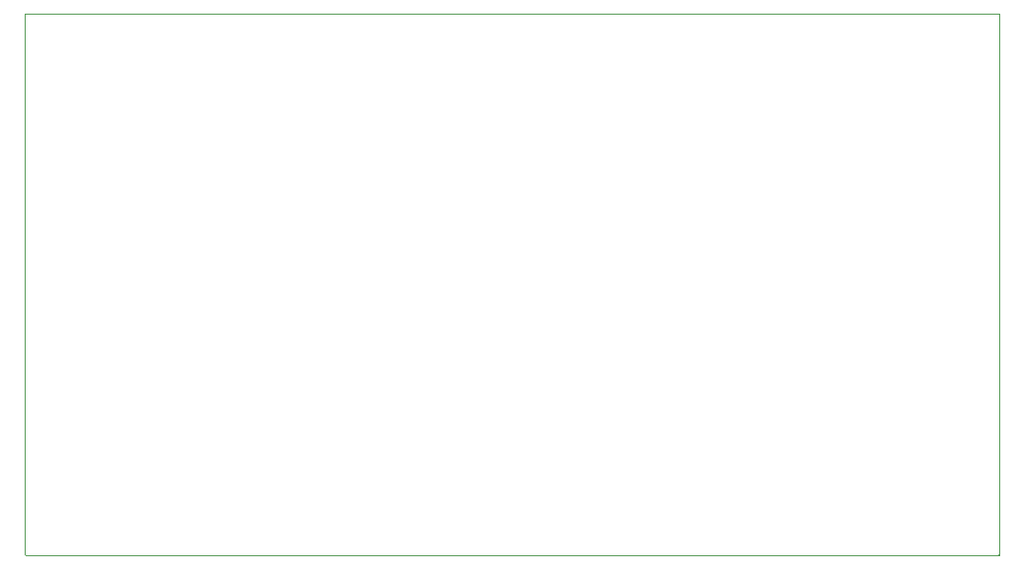
<source format=gko>
G04 Layer_Color=16720538*
%FSLAX24Y24*%
%MOIN*%
G70*
G01*
G75*
%ADD45C,0.0039*%
D45*
X45295Y29528D02*
G03*
X45276Y29547I-20J0D01*
G01*
X45295Y29528D02*
G03*
X45276Y29547I-20J0D01*
G01*
Y9823D02*
G03*
X45295Y9843I0J20D01*
G01*
X45276Y9823D02*
G03*
X45295Y9843I0J20D01*
G01*
X9843Y29547D02*
G03*
X9823Y29528I0J-20D01*
G01*
X9843Y29547D02*
G03*
X9823Y29528I0J-20D01*
G01*
X9823Y9843D02*
G03*
X9843Y9823I20J0D01*
G01*
X9823Y9843D02*
G03*
X9843Y9823I20J0D01*
G01*
X9823Y9843D02*
G03*
X9843Y9823I20J0D01*
G01*
X45295Y9843D02*
Y29528D01*
X9843Y29547D02*
X45276D01*
X9843Y9823D02*
X45276D01*
X9843D02*
X9843D01*
X9823Y9843D02*
X9823Y29528D01*
M02*

</source>
